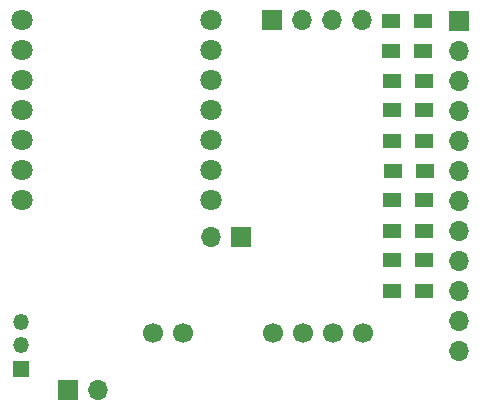
<source format=gbs>
G04 #@! TF.GenerationSoftware,KiCad,Pcbnew,(5.1.10-1-10_14)*
G04 #@! TF.CreationDate,2022-02-17T23:12:15-06:00*
G04 #@! TF.ProjectId,OpenEstim++,4f70656e-4573-4746-996d-2b2b2e6b6963,rev?*
G04 #@! TF.SameCoordinates,Original*
G04 #@! TF.FileFunction,Soldermask,Bot*
G04 #@! TF.FilePolarity,Negative*
%FSLAX46Y46*%
G04 Gerber Fmt 4.6, Leading zero omitted, Abs format (unit mm)*
G04 Created by KiCad (PCBNEW (5.1.10-1-10_14)) date 2022-02-17 23:12:15*
%MOMM*%
%LPD*%
G01*
G04 APERTURE LIST*
%ADD10C,1.800000*%
%ADD11R,1.350000X1.350000*%
%ADD12O,1.350000X1.350000*%
%ADD13R,1.500000X1.300000*%
%ADD14R,1.700000X1.700000*%
%ADD15O,1.700000X1.700000*%
%ADD16C,1.700000*%
G04 APERTURE END LIST*
D10*
X55650000Y-46470000D03*
X71650000Y-46470000D03*
X55650000Y-43930000D03*
X71650000Y-43930000D03*
X55650000Y-41390000D03*
X71650000Y-41390000D03*
X55650000Y-38850000D03*
X71650000Y-38850000D03*
X55650000Y-36310000D03*
X71650000Y-36310000D03*
X55650000Y-33770000D03*
X71650000Y-33770000D03*
X55650000Y-31230000D03*
X71650000Y-31230000D03*
D11*
X55600000Y-60750000D03*
D12*
X55600000Y-58750000D03*
X55600000Y-56750000D03*
D13*
X87000000Y-54150000D03*
X89700000Y-54150000D03*
X87000000Y-51550000D03*
X89700000Y-51550000D03*
X87000000Y-49050000D03*
X89700000Y-49050000D03*
X87000000Y-46450000D03*
X89700000Y-46450000D03*
X87050000Y-43950000D03*
X89750000Y-43950000D03*
X87000000Y-41450000D03*
X89700000Y-41450000D03*
X86950000Y-38850000D03*
X89650000Y-38850000D03*
X86950000Y-36350000D03*
X89650000Y-36350000D03*
X86900000Y-33850000D03*
X89600000Y-33850000D03*
X86900000Y-31250000D03*
X89600000Y-31250000D03*
D14*
X76850000Y-31200000D03*
D15*
X79390000Y-31200000D03*
X81930000Y-31200000D03*
X84470000Y-31200000D03*
D14*
X92650000Y-31250000D03*
D15*
X92650000Y-33790000D03*
X92650000Y-36330000D03*
X92650000Y-38870000D03*
X92650000Y-41410000D03*
X92650000Y-43950000D03*
X92650000Y-46490000D03*
X92650000Y-49030000D03*
X92650000Y-51570000D03*
X92650000Y-54110000D03*
X92650000Y-56650000D03*
X92650000Y-59190000D03*
X62100000Y-62550000D03*
D14*
X59560000Y-62550000D03*
X74200000Y-49550000D03*
D15*
X71660000Y-49550000D03*
D16*
X84490000Y-57750000D03*
X81950000Y-57750000D03*
X79410000Y-57750000D03*
X76870000Y-57750000D03*
X69250000Y-57750000D03*
X66710000Y-57750000D03*
M02*

</source>
